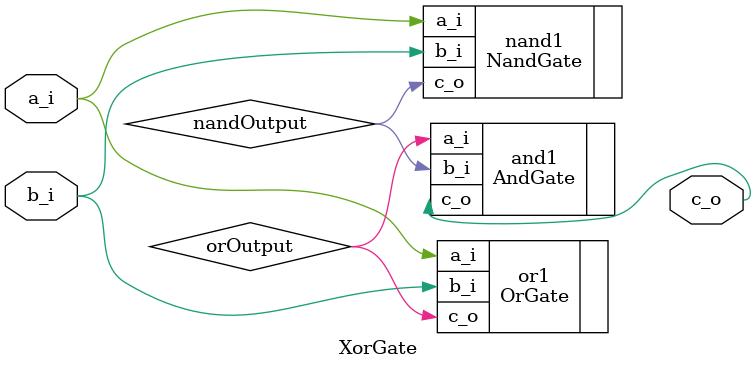
<source format=v>
`timescale 1ns / 1ps


module XorGate #(
    parameter BUS_WIDTH = 1
)(
    input [BUS_WIDTH - 1:0] a_i,
    input [BUS_WIDTH - 1:0] b_i,
    output [BUS_WIDTH - 1:0] c_o
);
    wire [BUS_WIDTH - 1:0] orOutput, nandOutput;
    
    OrGate #(.BUS_WIDTH(BUS_WIDTH)) or1(.a_i(a_i), .b_i(b_i), .c_o(orOutput));
    NandGate #(.BUS_WIDTH(BUS_WIDTH)) nand1(.a_i(a_i), .b_i(b_i), .c_o(nandOutput));
    
    AndGate #(.BUS_WIDTH(BUS_WIDTH)) and1(.a_i(orOutput), .b_i(nandOutput), .c_o(c_o));
endmodule

</source>
